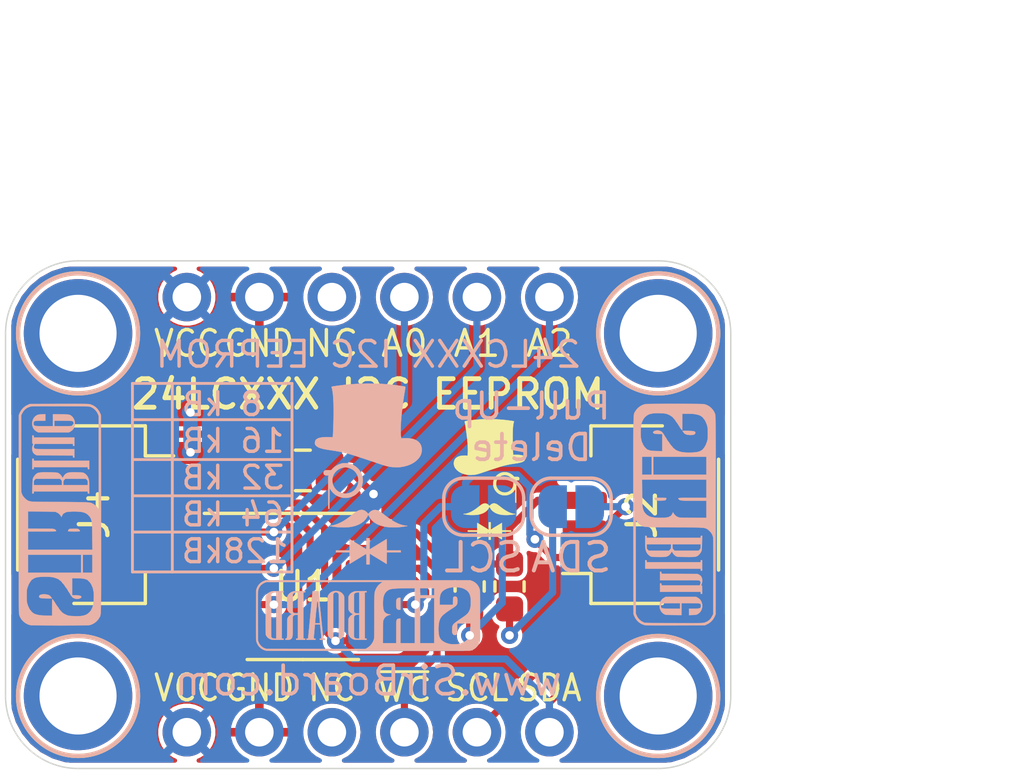
<source format=kicad_pcb>
(kicad_pcb (version 20171130) (host pcbnew "(5.1.2)-2")
  (title_block (title "24LCXXX Based EEPROM Module") (date 2020-02-10) (rev 2) (company SirBoard) (comment 1 www.SirBoard.com) (comment 2 "I2C Protocol EEPROM Memory Breakout Boards Based on the SirBlue Form Factor") (comment 3 "24LC64, 24LC128, 24LC256, 24LC512, 24LC1024 - SirBlue"))
  (layers (0 F.Cu signal) (31 B.Cu signal) (34 B.Paste user hide) (35 F.Paste user hide) (36 B.SilkS user) (37 F.SilkS user) (38 B.Mask user hide) (39 F.Mask user hide) (44 Edge.Cuts user))
  (net 0 "")
  (net 1 GND)
  (net 2 VCC)
  (net 3 "Net-(JP2-Pad2)")
  (net 4 SCL)
  (net 5 "Net-(JP3-Pad2)")
  (net 6 SDA)
  (net 7 A0)
  (net 8 A1)
  (net 9 A2)
  (net 10 "Net-(J1-Pad3)")
  (net 11 "Net-(J3-Pad3)")
  (net 12 "#WC")
  (module Jumper:SolderJumper-2_P1.3mm_Open_RoundedPad1.0x1.5mm (layer B.Cu) (at 72.39 35.687 180)
    (fp_text reference SDA (at 0 -1.778) (layer B.SilkS) (effects (font (thickness 0.14)) (justify mirror)))
    (fp_text value SolderJumper_2_Open)
    (pad 2 smd custom (at 0.65 0 180) (size 1 0.5) (layers B.Cu B.Mask) (net 3 "Net-(JP2-Pad2)") (options (clearance outline) (anchor rect)) (primitives (gr_circle (center 0 -0.25) (end 0.5 -0.25) (width 0)) (gr_circle (center 0 0.25) (end 0.5 0.25) (width 0)) (gr_poly (pts (xy 0 0.75) (xy -0.5 0.75) (xy -0.5 -0.75) (xy 0 -0.75)) (width 0))))
    (pad 1 smd custom (at -0.65 0 180) (size 1 0.5) (layers B.Cu B.Mask) (net 6 SDA) (options (clearance outline) (anchor rect)) (primitives (gr_circle (center 0 -0.25) (end 0.5 -0.25) (width 0)) (gr_circle (center 0 0.25) (end 0.5 0.25) (width 0)) (gr_poly (pts (xy 0 0.75) (xy 0.5 0.75) (xy 0.5 -0.75) (xy 0 -0.75)) (width 0))))
  )
  (module Package_SO:SOIC-8_3.9x4.9mm_P1.27mm (layer F.Cu) (at 62.992 38.481)
    (fp_text reference U1 (at 0 0) (layer F.SilkS))
    (fp_text value 24LC512)
    (pad 1 smd roundrect (at -2.475 -1.905) (size 1.95 0.6) (layers F.Cu F.Paste F.Mask) (net 7 A0))
    (pad 2 smd roundrect (at -2.475 -0.635) (size 1.95 0.6) (layers F.Cu F.Paste F.Mask) (net 8 A1))
    (pad 3 smd roundrect (at -2.475 0.635) (size 1.95 0.6) (layers F.Cu F.Paste F.Mask) (net 9 A2))
    (pad 4 smd roundrect (at -2.475 1.905) (size 1.95 0.6) (layers F.Cu F.Paste F.Mask) (net 1 GND))
    (pad 5 smd roundrect (at 2.475 1.905) (size 1.95 0.6) (layers F.Cu F.Paste F.Mask) (net 6 SDA))
    (pad 6 smd roundrect (at 2.475 0.635) (size 1.95 0.6) (layers F.Cu F.Paste F.Mask) (net 4 SCL))
    (pad 7 smd roundrect (at 2.475 -0.635) (size 1.95 0.6) (layers F.Cu F.Paste F.Mask) (net 12 "#WC"))
    (pad 8 smd roundrect (at 2.475 -1.905) (size 1.95 0.6) (layers F.Cu F.Paste F.Mask) (net 2 VCC))
  )
  (module logo:logo42x59 (layer F.Cu) (at 69.5325 34.7345)
    (fp_text reference G*** hide)
    (fp_text value LOGO hide)
  )
  (module Jumper:SolderJumper-2_P1.3mm_Open_RoundedPad1.0x1.5mm (layer B.Cu) (at 69.327 35.687)
    (fp_text reference SCL (at 0 1.778) (layer B.SilkS) (effects (font (thickness 0.14)) (justify mirror)))
    (fp_text value SolderJumper_2_Open)
    (pad 2 smd custom (at 0.65 0) (size 1 0.5) (layers B.Cu B.Mask) (net 5 "Net-(JP3-Pad2)") (options (clearance outline) (anchor rect)) (primitives (gr_circle (center 0 -0.25) (end 0.5 -0.25) (width 0)) (gr_circle (center 0 0.25) (end 0.5 0.25) (width 0)) (gr_poly (pts (xy 0 0.75) (xy -0.5 0.75) (xy -0.5 -0.75) (xy 0 -0.75)) (width 0))))
    (pad 1 smd custom (at -0.65 0) (size 1 0.5) (layers B.Cu B.Mask) (net 4 SCL) (options (clearance outline) (anchor rect)) (primitives (gr_circle (center 0 -0.25) (end 0.5 -0.25) (width 0)) (gr_circle (center 0 0.25) (end 0.5 0.25) (width 0)) (gr_poly (pts (xy 0 0.75) (xy 0.5 0.75) (xy 0.5 -0.75) (xy 0 -0.75)) (width 0))))
  )
  (module Capacitor_SMD:C_0805_2012Metric (layer F.Cu) (at 62.992 34.417 180)
    (fp_text reference C1 hide)
    (fp_text value 10uF)
    (pad 2 smd roundrect (at 0.9375 0 180) (size 0.975 1.4) (layers F.Cu F.Paste F.Mask) (net 1 GND))
    (pad 1 smd roundrect (at -0.9375 0 180) (size 0.975 1.4) (layers F.Cu F.Paste F.Mask) (net 2 VCC))
  )
  (module Resistor_SMD:R_0603_1608Metric (layer F.Cu) (at 68.834 38.481 270)
    (fp_text reference R2 hide)
    (fp_text value 10K)
    (pad 1 smd roundrect (at -0.7875 0 270) (size 0.875 0.95) (layers F.Cu F.Paste F.Mask) (net 2 VCC))
    (pad 2 smd roundrect (at 0.7875 0 270) (size 0.875 0.95) (layers F.Cu F.Paste F.Mask) (net 5 "Net-(JP3-Pad2)"))
  )
  (module Resistor_SMD:R_0603_1608Metric (layer F.Cu) (at 70.231 38.481 270)
    (fp_text reference R1 hide)
    (fp_text value 10K)
    (pad 1 smd roundrect (at -0.7875 0 270) (size 0.875 0.95) (layers F.Cu F.Paste F.Mask) (net 2 VCC))
    (pad 2 smd roundrect (at 0.7875 0 270) (size 0.875 0.95) (layers F.Cu F.Paste F.Mask) (net 3 "Net-(JP2-Pad2)"))
  )
  (module logo:SirBoard79x25 (layer B.Cu) (at 65.278 39.497 180)
    (fp_text reference G*** hide)
    (fp_text value LOGO hide)
  )
  (module logo:logo63x89 (layer B.Cu) (at 65.278 34.544 180)
    (fp_text reference G*** hide)
    (fp_text value LOGO hide)
  )
  (module logo:SirBlue78x29 (layer B.Cu) (at 76.0095 35.9664 270)
    (fp_text reference G*** hide)
    (fp_text value LOGO hide)
  )
  (module logo:SirBlue78x29 (layer B.Cu) (at 54.483 35.9664 90)
    (fp_text reference G*** hide)
    (fp_text value LOGO hide)
  )
  (module Connector_PinHeader_2.54mm:PinHeader_1x06_P2.54mm_Vertical (layer B.Cu) (at 58.928 28.3464 270)
    (fp_text reference J3 hide)
    (fp_text value Conn_01x06)
    (pad 6 thru_hole oval (at 0 -12.7 270) (size 1.7 1.7) (drill 1) (layers *.Cu *.Mask) (net 9 A2))
    (pad 5 thru_hole oval (at 0 -10.16 270) (size 1.7 1.7) (drill 1) (layers *.Cu *.Mask) (net 8 A1))
    (pad 4 thru_hole oval (at 0 -7.62 270) (size 1.7 1.7) (drill 1) (layers *.Cu *.Mask) (net 7 A0))
    (pad 3 thru_hole oval (at 0 -5.08 270) (size 1.7 1.7) (drill 1) (layers *.Cu *.Mask) (net 11 "Net-(J3-Pad3)"))
    (pad 2 thru_hole oval (at 0 -2.54 270) (size 1.7 1.7) (drill 1) (layers *.Cu *.Mask) (net 1 GND))
    (pad 1 thru_hole circle (at 0 0 270) (size 1.7 1.7) (drill 1) (layers *.Cu *.Mask) (net 2 VCC))
  )
  (module Connector_PinHeader_2.54mm:PinHeader_1x06_P2.54mm_Vertical (layer B.Cu) (at 58.928 43.5864 270)
    (fp_text reference J1 hide)
    (fp_text value Conn_01x06)
    (pad 6 thru_hole oval (at 0 -12.7 270) (size 1.7 1.7) (drill 1) (layers *.Cu *.Mask) (net 6 SDA))
    (pad 5 thru_hole oval (at 0 -10.16 270) (size 1.7 1.7) (drill 1) (layers *.Cu *.Mask) (net 4 SCL))
    (pad 4 thru_hole oval (at 0 -7.62 270) (size 1.7 1.7) (drill 1) (layers *.Cu *.Mask) (net 12 "#WC"))
    (pad 3 thru_hole oval (at 0 -5.08 270) (size 1.7 1.7) (drill 1) (layers *.Cu *.Mask) (net 10 "Net-(J1-Pad3)"))
    (pad 2 thru_hole oval (at 0 -2.54 270) (size 1.7 1.7) (drill 1) (layers *.Cu *.Mask) (net 1 GND))
    (pad 1 thru_hole circle (at 0 0 270) (size 1.7 1.7) (drill 1) (layers *.Cu *.Mask) (net 2 VCC))
  )
  (module Connector_JST:JST_SH_SM04B-SRSS-TB_1x04-1MP_P1.00mm_Horizontal (layer F.Cu) (at 55.6895 35.9664 270)
    (fp_text reference J4 (at 0 0 270) (layer F.SilkS))
    (fp_text value Conn_01x04)
    (pad 1 smd roundrect (at -1.5 -2 270) (size 0.6 1.55) (layers F.Cu F.Paste F.Mask) (net 4 SCL))
    (pad 2 smd roundrect (at -0.5 -2 270) (size 0.6 1.55) (layers F.Cu F.Paste F.Mask) (net 6 SDA))
    (pad 3 smd roundrect (at 0.5 -2 270) (size 0.6 1.55) (layers F.Cu F.Paste F.Mask) (net 2 VCC))
    (pad 4 smd roundrect (at 1.5 -2 270) (size 0.6 1.55) (layers F.Cu F.Paste F.Mask) (net 1 GND))
    (pad MP smd roundrect (at -2.8 1.875 270) (size 1.2 1.8) (layers F.Cu F.Paste F.Mask) (roundrect_rratio 0.208333))
    (pad MP smd roundrect (at 2.8 1.875 270) (size 1.2 1.8) (layers F.Cu F.Paste F.Mask) (roundrect_rratio 0.208333))
  )
  (module Connector_JST:JST_SH_SM04B-SRSS-TB_1x04-1MP_P1.00mm_Horizontal (layer F.Cu) (at 74.8665 35.9664 90)
    (fp_text reference J2 (at 0 0 90) (layer F.SilkS))
    (fp_text value Conn_01x04)
    (pad 1 smd roundrect (at -1.5 -2 90) (size 0.6 1.55) (layers F.Cu F.Paste F.Mask) (net 4 SCL))
    (pad 2 smd roundrect (at -0.5 -2 90) (size 0.6 1.55) (layers F.Cu F.Paste F.Mask) (net 6 SDA))
    (pad 3 smd roundrect (at 0.5 -2 90) (size 0.6 1.55) (layers F.Cu F.Paste F.Mask) (net 2 VCC))
    (pad 4 smd roundrect (at 1.5 -2 90) (size 0.6 1.55) (layers F.Cu F.Paste F.Mask) (net 1 GND))
    (pad MP smd roundrect (at -2.8 1.875 90) (size 1.2 1.8) (layers F.Cu F.Paste F.Mask) (roundrect_rratio 0.208333))
    (pad MP smd roundrect (at 2.8 1.875 90) (size 1.2 1.8) (layers F.Cu F.Paste F.Mask) (roundrect_rratio 0.208333))
  )
  (module SirBoardLibrary:MountingHole_M2.5_SirBoard (layer F.Cu) (at 55.118 42.3164 270)
    (fp_text reference H1 hide)
    (fp_text value MountingHole)
    (pad 1 thru_hole circle (at 0 0 270) (size 3.8 3.8) (drill 2.7) (layers *.Cu *.Mask))
  )
  (module SirBoardLibrary:MountingHole_M2.5_SirBoard (layer F.Cu) (at 55.118 29.6164 270)
    (fp_text reference H2 hide)
    (fp_text value MountingHole)
    (pad 1 thru_hole circle (at 0 0 270) (size 3.8 3.8) (drill 2.7) (layers *.Cu *.Mask))
  )
  (module SirBoardLibrary:MountingHole_M2.5_SirBoard (layer F.Cu) (at 75.438 42.3164 90)
    (fp_text reference H3 hide)
    (fp_text value MountingHole)
    (pad 1 thru_hole circle (at 0 0 90) (size 3.8 3.8) (drill 2.7) (layers *.Cu *.Mask))
  )
  (module SirBoardLibrary:MountingHole_M2.5_SirBoard (layer F.Cu) (at 75.438 29.6164 90)
    (fp_text reference H4 hide)
    (fp_text value MountingHole)
    (pad 1 thru_hole circle (at 0 0 90) (size 3.8 3.8) (drill 2.7) (layers *.Cu *.Mask))
  )
  (gr_line (start 65.7225 41.4655) (end 67.3735 41.4655) (layer F.SilkS) (width 0.1))
  (gr_text "24LCXXX I2C EEPROM" (at 65.278 31.75) (layer F.SilkS) (effects (font (size 1 1) (thickness 0.17))))
  (gr_line (start 58.42 37.973) (end 58.42 31.369) (layer B.SilkS) (width 0.1))
  (gr_line (start 62.611 36.576) (end 57.023 36.576) (layer B.SilkS) (width 0.1))
  (gr_line (start 57.023 35.306) (end 62.611 35.306) (layer B.SilkS) (width 0.1))
  (gr_line (start 62.611 34.036) (end 57.023 34.036) (layer B.SilkS) (width 0.1))
  (gr_line (start 62.611 32.639) (end 57.023 32.639) (layer B.SilkS) (width 0.1))
  (gr_line (start 57.023 31.369) (end 62.611 31.369) (layer B.SilkS) (width 0.1))
  (gr_line (start 57.023 37.973) (end 57.023 31.369) (layer B.SilkS) (width 0.1))
  (gr_line (start 62.611 37.973) (end 57.023 37.973) (layer B.SilkS) (width 0.1))
  (gr_line (start 62.611 31.369) (end 62.611 37.973) (layer B.SilkS) (width 0.1))
  (gr_text "8 kB\n16 kB\n32 kB\n64 kB\n128kB" (at 58.674 34.671) (layer B.SilkS) (effects (font (size 0.8 0.8) (thickness 0.12)) (justify right mirror)))
  (gr_text NC (at 64.008 42.037) (layer F.SilkS) (effects (font (size 0.9 0.8) (thickness 0.12))))
  (gr_text "Pull-Up\nDelete" (at 70.993 32.893) (layer B.SilkS) (effects (font (size 0.9 0.9) (thickness 0.13)) (justify mirror)))
  (gr_text NC (at 64.008 29.972) (layer F.SilkS) (effects (font (size 0.9 0.9) (thickness 0.12))))
  (gr_text A0 (at 66.548 29.972) (layer F.SilkS) (effects (font (size 0.9 0.9) (thickness 0.12))))
  (gr_text VCC (at 58.928 29.972) (layer F.SilkS) (effects (font (size 0.9 0.8) (thickness 0.12))))
  (gr_text GND (at 61.468 29.972) (layer F.SilkS) (effects (font (size 0.9 0.8) (thickness 0.12))))
  (gr_text A2 (at 71.628 29.972) (layer F.SilkS) (effects (font (size 0.9 0.9) (thickness 0.12))))
  (gr_text A1 (at 69.088 29.972) (layer F.SilkS) (effects (font (size 0.9 0.9) (thickness 0.12))))
  (gr_text VCC (at 58.928 42.037) (layer F.SilkS) (effects (font (size 0.9 0.8) (thickness 0.12))))
  (gr_text GND (at 61.468 42.037) (layer F.SilkS) (effects (font (size 0.9 0.8) (thickness 0.12))))
  (gr_text WC (at 66.548 42.1005) (layer F.SilkS) (effects (font (size 0.8 0.9) (thickness 0.12))))
  (gr_text SCL (at 69.088 42.037) (layer F.SilkS) (effects (font (size 0.9 0.8) (thickness 0.12))))
  (gr_text SDA (at 71.628 42.037) (layer F.SilkS) (effects (font (size 0.9 0.8) (thickness 0.12))))
  (gr_arc (start 55.118 29.6164) (end 55.118 27.0764) (angle -90) (layer Edge.Cuts) (width 0.05))
  (gr_arc (start 75.438 29.6164) (end 77.978 29.6164) (angle -90) (layer Edge.Cuts) (width 0.05))
  (gr_arc (start 75.438 42.3164) (end 75.438 44.8564) (angle -90) (layer Edge.Cuts) (width 0.05))
  (gr_arc (start 55.118 42.3164) (end 52.578 42.3164) (angle -90) (layer Edge.Cuts) (width 0.05))
  (gr_line (start 52.578 42.3164) (end 52.578 29.6164) (layer Edge.Cuts) (width 0.05))
  (gr_line (start 55.118 27.0764) (end 75.438 27.0764) (layer Edge.Cuts) (width 0.05))
  (gr_line (start 77.978 29.6164) (end 77.978 42.3164) (layer Edge.Cuts) (width 0.05))
  (gr_line (start 75.438 44.8564) (end 55.118 44.8564) (layer Edge.Cuts) (width 0.05))
  (gr_text "24LCXXX I2C EEPROM" (at 65.278 30.353) (layer B.SilkS) (effects (font (size 0.9 0.9) (thickness 0.12)) (justify mirror)))
  (gr_text www.SirBoard.com (at 65.278 41.783) (layer B.SilkS) (effects (font (size 1 1) (thickness 0.13)) (justify mirror)))
  (via (at 59.055 33.782) (size 0.6) (drill 0.3) (layers F.Cu B.Cu) (net 1))
  (via (at 59.055 32.385) (size 0.6) (drill 0.3) (layers F.Cu B.Cu) (net 1))
  (segment (start 59.055 32.385) (end 59.055 33.782) (width 0.5) (layer B.Cu) (net 1))
  (segment (start 65.467 36.576) (end 65.467 35.244) (width 0.25) (layer F.Cu) (net 2))
  (via (at 65.467 35.244) (size 0.6) (drill 0.3) (layers F.Cu B.Cu) (net 2))
  (segment (start 70.231 37.6935) (end 68.834 37.6935) (width 0.25) (layer F.Cu) (net 2))
  (segment (start 68.0465 37.6935) (end 68.834 37.6935) (width 0.25) (layer F.Cu) (net 2))
  (segment (start 65.467 36.576) (end 66.929 36.576) (width 0.25) (layer F.Cu) (net 2))
  (segment (start 66.929 36.576) (end 68.0465 37.6935) (width 0.25) (layer F.Cu) (net 2))
  (segment (start 71.9915 35.4664) (end 72.8665 35.4664) (width 0.25) (layer F.Cu) (net 2))
  (segment (start 71.2136 35.4664) (end 71.9915 35.4664) (width 0.25) (layer F.Cu) (net 2))
  (segment (start 70.231 37.6935) (end 70.231 36.449) (width 0.25) (layer F.Cu) (net 2))
  (segment (start 70.231 36.449) (end 71.2136 35.4664) (width 0.25) (layer F.Cu) (net 2))
  (segment (start 64.643 34.417) (end 63.9295 34.417) (width 0.25) (layer F.Cu) (net 2))
  (segment (start 65.467 35.244) (end 65.467 35.241) (width 0.25) (layer F.Cu) (net 2))
  (segment (start 65.467 35.241) (end 64.643 34.417) (width 0.25) (layer F.Cu) (net 2))
  (segment (start 63.9295 33.5765) (end 63.9295 34.417) (width 0.25) (layer F.Cu) (net 2))
  (segment (start 56.8145 36.4664) (end 56.388 36.0399) (width 0.25) (layer F.Cu) (net 2))
  (segment (start 57.6895 36.4664) (end 56.8145 36.4664) (width 0.25) (layer F.Cu) (net 2))
  (segment (start 56.388 36.0399) (end 56.388 34.036) (width 0.25) (layer F.Cu) (net 2))
  (segment (start 56.388 34.036) (end 57.277 33.147) (width 0.25) (layer F.Cu) (net 2))
  (segment (start 57.277 33.147) (end 63.5 33.147) (width 0.25) (layer F.Cu) (net 2))
  (segment (start 63.5 33.147) (end 63.9295 33.5765) (width 0.25) (layer F.Cu) (net 2))
  (via (at 70.231 40.1955) (size 0.6) (drill 0.3) (layers F.Cu B.Cu) (net 3))
  (segment (start 70.231 39.2685) (end 70.231 40.1955) (width 0.25) (layer F.Cu) (net 3))
  (segment (start 71.74 38.6865) (end 71.74 35.687) (width 0.25) (layer B.Cu) (net 3))
  (segment (start 70.231 40.1955) (end 71.74 38.6865) (width 0.25) (layer B.Cu) (net 3))
  (segment (start 72.8665 39.7825) (end 72.8665 37.4664) (width 0.25) (layer F.Cu) (net 4))
  (segment (start 69.088 43.5864) (end 69.088 43.561) (width 0.25) (layer F.Cu) (net 4))
  (segment (start 69.088 43.561) (end 72.8665 39.7825) (width 0.25) (layer F.Cu) (net 4))
  (via (at 71.12 36.83) (size 0.6) (drill 0.3) (layers F.Cu B.Cu) (net 4))
  (segment (start 72.8665 37.4664) (end 71.7564 37.4664) (width 0.25) (layer F.Cu) (net 4))
  (segment (start 71.7564 37.4664) (end 71.12 36.83) (width 0.25) (layer F.Cu) (net 4))
  (segment (start 68.692 34.839408) (end 68.692 35.687) (width 0.25) (layer B.Cu) (net 4))
  (segment (start 68.962008 34.5694) (end 68.692 34.839408) (width 0.25) (layer B.Cu) (net 4))
  (segment (start 70.5104 34.5694) (end 68.962008 34.5694) (width 0.25) (layer B.Cu) (net 4))
  (segment (start 70.9422 35.0012) (end 70.5104 34.5694) (width 0.25) (layer B.Cu) (net 4))
  (segment (start 71.12 36.83) (end 70.9422 36.6522) (width 0.25) (layer B.Cu) (net 4))
  (segment (start 70.9422 36.6522) (end 70.9422 35.0012) (width 0.25) (layer B.Cu) (net 4))
  (via (at 66.929 39.116) (size 0.6) (drill 0.3) (layers F.Cu B.Cu) (net 4))
  (segment (start 65.467 39.116) (end 66.929 39.116) (width 0.25) (layer F.Cu) (net 4))
  (segment (start 67.228999 38.816001) (end 66.929 39.116) (width 0.25) (layer B.Cu) (net 4))
  (segment (start 67.228999 36.276001) (end 67.228999 38.816001) (width 0.25) (layer B.Cu) (net 4))
  (segment (start 68.692 35.687) (end 67.818 35.687) (width 0.25) (layer B.Cu) (net 4))
  (segment (start 67.818 35.687) (end 67.228999 36.276001) (width 0.25) (layer B.Cu) (net 4))
  (segment (start 59.055 34.4664) (end 57.6895 34.4664) (width 0.25) (layer F.Cu) (net 4))
  (segment (start 60.1204 34.4664) (end 59.055 34.4664) (width 0.25) (layer F.Cu) (net 4))
  (segment (start 64.392 39.116) (end 63.754 38.478) (width 0.25) (layer F.Cu) (net 4))
  (segment (start 65.467 39.116) (end 64.392 39.116) (width 0.25) (layer F.Cu) (net 4))
  (segment (start 63.754 38.478) (end 63.754 36.449) (width 0.25) (layer F.Cu) (net 4))
  (segment (start 63.754 36.449) (end 62.865 35.56) (width 0.25) (layer F.Cu) (net 4))
  (segment (start 62.865 35.56) (end 61.214 35.56) (width 0.25) (layer F.Cu) (net 4))
  (segment (start 61.214 35.56) (end 60.1204 34.4664) (width 0.25) (layer F.Cu) (net 4))
  (via (at 68.834 40.1955) (size 0.6) (drill 0.3) (layers F.Cu B.Cu) (net 5))
  (segment (start 68.834 39.2685) (end 68.834 40.1955) (width 0.25) (layer F.Cu) (net 5))
  (segment (start 69.977 39.0525) (end 69.977 35.687) (width 0.25) (layer B.Cu) (net 5))
  (segment (start 68.834 40.1955) (end 69.977 39.0525) (width 0.25) (layer B.Cu) (net 5))
  (via (at 74.295 35.687) (size 0.6) (drill 0.3) (layers F.Cu B.Cu) (net 6))
  (segment (start 72.8665 36.4664) (end 73.5156 36.4664) (width 0.25) (layer F.Cu) (net 6))
  (segment (start 73.5156 36.4664) (end 74.295 35.687) (width 0.25) (layer F.Cu) (net 6))
  (segment (start 74.295 35.687) (end 73.167 35.687) (width 0.25) (layer B.Cu) (net 6))
  (segment (start 73.7415 36.4664) (end 72.8665 36.4664) (width 0.25) (layer F.Cu) (net 6))
  (segment (start 74.168 36.8929) (end 73.7415 36.4664) (width 0.25) (layer F.Cu) (net 6))
  (segment (start 74.168 40.005) (end 74.168 36.8929) (width 0.25) (layer F.Cu) (net 6))
  (segment (start 71.628 43.5864) (end 71.628 42.545) (width 0.25) (layer F.Cu) (net 6))
  (segment (start 71.628 42.545) (end 74.168 40.005) (width 0.25) (layer F.Cu) (net 6))
  (segment (start 64.135 40.386) (end 64.135 40.386) (width 0.25) (layer F.Cu) (net 6))
  (segment (start 57.6895 35.4664) (end 60.4854 35.4664) (width 0.25) (layer F.Cu) (net 6))
  (segment (start 60.96 35.941) (end 62.611 35.941) (width 0.25) (layer F.Cu) (net 6))
  (segment (start 62.611 35.941) (end 63.246 36.576) (width 0.25) (layer F.Cu) (net 6))
  (segment (start 63.246 36.576) (end 63.246 39.497) (width 0.25) (layer F.Cu) (net 6))
  (segment (start 60.4854 35.4664) (end 60.96 35.941) (width 0.25) (layer F.Cu) (net 6))
  (segment (start 63.246 39.497) (end 64.135 40.386) (width 0.25) (layer F.Cu) (net 6))
  (segment (start 64.135 40.386) (end 65.467 40.386) (width 0.25) (layer F.Cu) (net 6))
  (via (at 64.135 40.386) (size 0.6) (drill 0.3) (layers F.Cu B.Cu) (net 6))
  (segment (start 71.628 42.545) (end 71.628 43.5864) (width 0.25) (layer B.Cu) (net 6))
  (segment (start 70.104 41.021) (end 71.628 42.545) (width 0.25) (layer B.Cu) (net 6))
  (segment (start 64.135 40.386) (end 64.77 41.021) (width 0.25) (layer B.Cu) (net 6))
  (segment (start 64.77 41.021) (end 70.104 41.021) (width 0.25) (layer B.Cu) (net 6))
  (segment (start 60.517 36.576) (end 61.976 36.576) (width 0.25) (layer F.Cu) (net 7))
  (via (at 61.976 36.576) (size 0.6) (drill 0.3) (layers F.Cu B.Cu) (net 7))
  (segment (start 66.548 32.004) (end 66.548 28.3464) (width 0.25) (layer B.Cu) (net 7))
  (segment (start 61.976 36.576) (end 66.548 32.004) (width 0.25) (layer B.Cu) (net 7))
  (segment (start 60.517 37.846) (end 61.976 37.846) (width 0.25) (layer F.Cu) (net 8))
  (via (at 61.976 37.846) (size 0.6) (drill 0.3) (layers F.Cu B.Cu) (net 8))
  (segment (start 69.088 30.7975) (end 69.088 28.3464) (width 0.25) (layer B.Cu) (net 8))
  (segment (start 61.976 37.846) (end 62.0395 37.846) (width 0.25) (layer B.Cu) (net 8))
  (segment (start 62.0395 37.846) (end 69.088 30.7975) (width 0.25) (layer B.Cu) (net 8))
  (via (at 61.976 39.116) (size 0.6) (drill 0.3) (layers F.Cu B.Cu) (net 9))
  (segment (start 60.517 39.116) (end 61.976 39.116) (width 0.25) (layer F.Cu) (net 9))
  (segment (start 61.976 38.989) (end 62.103 38.989) (width 0.25) (layer B.Cu) (net 9))
  (segment (start 61.976 39.116) (end 62.738 39.116) (width 0.25) (layer B.Cu) (net 9))
  (segment (start 71.628 30.226) (end 71.628 28.3464) (width 0.25) (layer B.Cu) (net 9))
  (segment (start 62.738 39.116) (end 71.628 30.226) (width 0.25) (layer B.Cu) (net 9))
  (segment (start 65.467 37.846) (end 67.056 37.846) (width 0.25) (layer F.Cu) (net 12))
  (segment (start 67.056 37.846) (end 67.691 38.481) (width 0.25) (layer F.Cu) (net 12))
  (segment (start 67.691 38.481) (end 67.691 40.894) (width 0.25) (layer F.Cu) (net 12))
  (segment (start 67.691 40.894) (end 66.548 42.037) (width 0.25) (layer F.Cu) (net 12))
  (segment (start 66.548 42.037) (end 66.548 43.5864) (width 0.25) (layer F.Cu) (net 12))
  (zone (net 2) (net_name VCC) (layer B.Cu) (connect_pads (clearance 0.15)) (min_thickness 0.15) (fill yes (arc_segments 32) (thermal_gap 0.2) (thermal_bridge_width 0.3))
    (polygon (pts (xy 52.7812 27.2796) (xy 77.7748 27.2796) (xy 77.7748 44.6532) (xy 52.7812 44.6532)))
  )
  (zone (net 1) (net_name GND) (layer F.Cu) (connect_pads (clearance 0.15)) (min_thickness 0.15) (fill yes (arc_segments 32) (thermal_gap 0.2) (thermal_bridge_width 0.3))
    (polygon (pts (xy 52.7812 27.2796) (xy 77.7748 27.2796) (xy 77.7748 44.6532) (xy 52.7812 44.6532)))
  )
)
</source>
